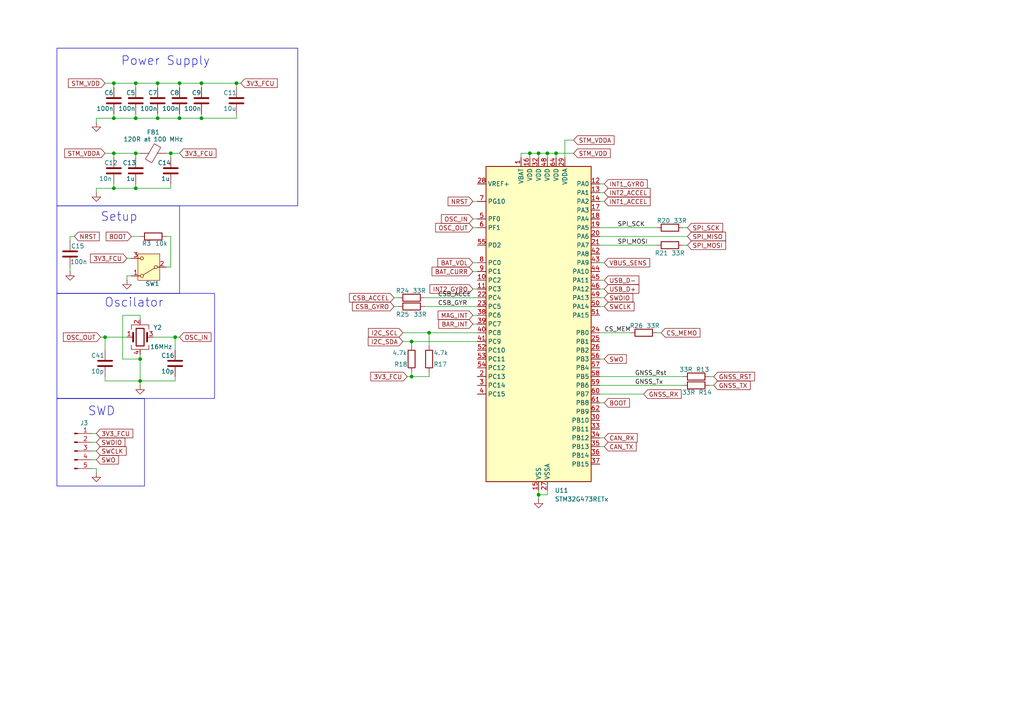
<source format=kicad_sch>
(kicad_sch (version 20250114) (generator "eeschema") (generator_version "9.0")
  (paper "A4")
  (lib_symbols
    (symbol "Connector:Conn_01x05_Pin" (pin_names (offset 1.016) (hide yes))
      (property "Reference" "J" (at 0 7.62 0))
      (property "Value" "Conn_01x05_Pin" (at 0 -7.62 0))
      (symbol "Conn_01x05_Pin_1_1"
        (rectangle (start 0.8636 5.207) (end 0 4.953) (stroke (width 0.1524)) (fill (type outline)))
        (rectangle (start 0.8636 2.667) (end 0 2.413) (stroke (width 0.1524)) (fill (type outline)))
        (rectangle (start 0.8636 0.127) (end 0 -0.127) (stroke (width 0.1524)) (fill (type outline)))
        (rectangle (start 0.8636 -2.413) (end 0 -2.667) (stroke (width 0.1524)) (fill (type outline)))
        (rectangle (start 0.8636 -4.953) (end 0 -5.207) (stroke (width 0.1524)) (fill (type outline)))
        (polyline (pts (xy 1.27 5.08) (xy 0.8636 5.08)) (stroke (width 0.1524)))
        (polyline (pts (xy 1.27 2.54) (xy 0.8636 2.54)) (stroke (width 0.1524)))
        (polyline (pts (xy 1.27 0) (xy 0.8636 0)) (stroke (width 0.1524)))
        (polyline (pts (xy 1.27 -2.54) (xy 0.8636 -2.54)) (stroke (width 0.1524)))
        (polyline (pts (xy 1.27 -5.08) (xy 0.8636 -5.08)) (stroke (width 0.1524)))
        (pin passive line (at 5.08 5.08 180) (length 3.81) (name "Pin_1") (number "1"))
        (pin passive line (at 5.08 2.54 180) (length 3.81) (name "Pin_2") (number "2"))
        (pin passive line (at 5.08 0 180) (length 3.81) (name "Pin_3") (number "3"))
        (pin passive line (at 5.08 -2.54 180) (length 3.81) (name "Pin_4") (number "4"))
        (pin passive line (at 5.08 -5.08 180) (length 3.81) (name "Pin_5") (number "5"))
      )
    )
    (symbol "Device:C" (pin_numbers (hide yes)) (pin_names (offset 0.254))
      (property "Reference" "C" (at 0.635 2.54 0))
      (property "Value" "C" (at 0.635 -2.54 0))
      (symbol "C_0_1"
        (polyline (pts (xy -2.032 0.762) (xy 2.032 0.762)) (stroke (width 0.508)))
        (polyline (pts (xy -2.032 -0.762) (xy 2.032 -0.762)) (stroke (width 0.508)))
      )
      (symbol "C_1_1"
        (pin passive line (at 0 3.81 270) (length 2.794) (name "~") (number "1"))
        (pin passive line (at 0 -3.81 90) (length 2.794) (name "~") (number "2"))
      )
    )
    (symbol "Device:Crystal_GND24" (pin_names (offset 1.016) (hide yes))
      (property "Reference" "Y" (at 3.175 5.08 0))
      (property "Value" "Crystal_GND24" (at 3.175 3.175 0))
      (symbol "Crystal_GND24_0_1"
        (polyline (pts (xy -2.54 2.286) (xy -2.54 3.556) (xy 2.54 3.556) (xy 2.54 2.286)))
        (polyline (pts (xy -2.54 0) (xy -2.032 0)))
        (polyline (pts (xy -2.54 -2.286) (xy -2.54 -3.556) (xy 2.54 -3.556) (xy 2.54 -2.286)))
        (polyline (pts (xy -2.032 -1.27) (xy -2.032 1.27)) (stroke (width 0.508)))
        (rectangle (start -1.143 2.54) (end 1.143 -2.54) (stroke (width 0.3048)))
        (polyline (pts (xy 0 3.556) (xy 0 3.81)))
        (polyline (pts (xy 0 -3.81) (xy 0 -3.556)))
        (polyline (pts (xy 2.032 0) (xy 2.54 0)))
        (polyline (pts (xy 2.032 -1.27) (xy 2.032 1.27)) (stroke (width 0.508)))
      )
      (symbol "Crystal_GND24_1_1"
        (pin passive line (at -3.81 0 0) (length 1.27) (name "1") (number "1"))
        (pin passive line (at 0 5.08 270) (length 1.27) (name "2") (number "2"))
        (pin passive line (at 0 -5.08 90) (length 1.27) (name "4") (number "4"))
        (pin passive line (at 3.81 0 180) (length 1.27) (name "3") (number "3"))
      )
    )
    (symbol "Device:FerriteBead" (pin_numbers (hide yes)) (pin_names (offset 0))
      (property "Reference" "FB" (at -3.81 0.635 90))
      (property "Value" "FerriteBead" (at 3.81 0 90))
      (symbol "FerriteBead_0_1"
        (polyline (pts (xy -2.7686 0.4064) (xy -1.7018 2.2606) (xy 2.7686 -0.3048) (xy 1.6764 -2.159) (xy -2.7686 0.4064)))
        (polyline (pts (xy 0 1.27) (xy 0 1.2954)))
        (polyline (pts (xy 0 -1.27) (xy 0 -1.2192)))
      )
      (symbol "FerriteBead_1_1"
        (pin passive line (at 0 3.81 270) (length 2.54) (name "~") (number "1"))
        (pin passive line (at 0 -3.81 90) (length 2.54) (name "~") (number "2"))
      )
    )
    (symbol "Device:R" (pin_numbers (hide yes)) (pin_names (offset 0))
      (property "Reference" "R" (at 2.032 0 90))
      (property "Value" "R" (at 0 0 90))
      (symbol "R_0_1"
        (rectangle (start -1.016 -2.54) (end 1.016 2.54) (stroke (width 0.254)))
      )
      (symbol "R_1_1"
        (pin passive line (at 0 3.81 270) (length 1.27) (name "~") (number "1"))
        (pin passive line (at 0 -3.81 90) (length 1.27) (name "~") (number "2"))
      )
    )
    (symbol "MCU_ST_STM32G4:STM32G473RETx"
      (property "Reference" "U" (at -15.24 46.99 0))
      (property "Value" "STM32G473RETx" (at 10.16 46.99 0))
      (symbol "STM32G473RETx_0_1"
        (rectangle (start -15.24 -45.72) (end 15.24 45.72) (stroke (width 0.254)) (fill (type background)))
      )
      (symbol "STM32G473RETx_1_1"
        (pin input line (at -17.78 40.64 0) (length 2.54) (name "VREF+") (number "28"))
        (pin bidirectional line (at -17.78 35.56 0) (length 2.54) (name "PG10") (number "7"))
        (pin bidirectional line (at -17.78 30.48 0) (length 2.54) (name "PF0") (number "5"))
        (pin bidirectional line (at -17.78 27.94 0) (length 2.54) (name "PF1") (number "6"))
        (pin bidirectional line (at -17.78 22.86 0) (length 2.54) (name "PD2") (number "55"))
        (pin bidirectional line (at -17.78 17.78 0) (length 2.54) (name "PC0") (number "8"))
        (pin bidirectional line (at -17.78 15.24 0) (length 2.54) (name "PC1") (number "9"))
        (pin bidirectional line (at -17.78 12.7 0) (length 2.54) (name "PC2") (number "10"))
        (pin bidirectional line (at -17.78 10.16 0) (length 2.54) (name "PC3") (number "11"))
        (pin bidirectional line (at -17.78 7.62 0) (length 2.54) (name "PC4") (number "22"))
        (pin bidirectional line (at -17.78 5.08 0) (length 2.54) (name "PC5") (number "23"))
        (pin bidirectional line (at -17.78 2.54 0) (length 2.54) (name "PC6") (number "38"))
        (pin bidirectional line (at -17.78 0 0) (length 2.54) (name "PC7") (number "39"))
        (pin bidirectional line (at -17.78 -2.54 0) (length 2.54) (name "PC8") (number "40"))
        (pin bidirectional line (at -17.78 -5.08 0) (length 2.54) (name "PC9") (number "41"))
        (pin bidirectional line (at -17.78 -7.62 0) (length 2.54) (name "PC10") (number "52"))
        (pin bidirectional line (at -17.78 -10.16 0) (length 2.54) (name "PC11") (number "53"))
        (pin bidirectional line (at -17.78 -12.7 0) (length 2.54) (name "PC12") (number "54"))
        (pin bidirectional line (at -17.78 -15.24 0) (length 2.54) (name "PC13") (number "2"))
        (pin bidirectional line (at -17.78 -17.78 0) (length 2.54) (name "PC14") (number "3"))
        (pin bidirectional line (at -17.78 -20.32 0) (length 2.54) (name "PC15") (number "4"))
        (pin power_in line (at -5.08 48.26 270) (length 2.54) (name "VBAT") (number "1"))
        (pin power_in line (at -2.54 48.26 270) (length 2.54) (name "VDD") (number "16"))
        (pin power_in line (at 0 48.26 270) (length 2.54) (name "VDD") (number "32"))
        (pin power_in line (at 0 -48.26 90) (length 2.54) (name "VSS") (number "15"))
        (pin passive line (at 0 -48.26 90) (length 2.54) (hide yes) (name "VSS") (number "31"))
        (pin passive line (at 0 -48.26 90) (length 2.54) (hide yes) (name "VSS") (number "47"))
        (pin passive line (at 0 -48.26 90) (length 2.54) (hide yes) (name "VSS") (number "63"))
        (pin power_in line (at 2.54 48.26 270) (length 2.54) (name "VDD") (number "48"))
        (pin power_in line (at 2.54 -48.26 90) (length 2.54) (name "VSSA") (number "27"))
        (pin power_in line (at 5.08 48.26 270) (length 2.54) (name "VDD") (number "64"))
        (pin power_in line (at 7.62 48.26 270) (length 2.54) (name "VDDA") (number "29"))
        (pin bidirectional line (at 17.78 40.64 180) (length 2.54) (name "PA0") (number "12"))
        (pin bidirectional line (at 17.78 38.1 180) (length 2.54) (name "PA1") (number "13"))
        (pin bidirectional line (at 17.78 35.56 180) (length 2.54) (name "PA2") (number "14"))
        (pin bidirectional line (at 17.78 33.02 180) (length 2.54) (name "PA3") (number "17"))
        (pin bidirectional line (at 17.78 30.48 180) (length 2.54) (name "PA4") (number "18"))
        (pin bidirectional line (at 17.78 27.94 180) (length 2.54) (name "PA5") (number "19"))
        (pin bidirectional line (at 17.78 25.4 180) (length 2.54) (name "PA6") (number "20"))
        (pin bidirectional line (at 17.78 22.86 180) (length 2.54) (name "PA7") (number "21"))
        (pin bidirectional line (at 17.78 20.32 180) (length 2.54) (name "PA8") (number "42"))
        (pin bidirectional line (at 17.78 17.78 180) (length 2.54) (name "PA9") (number "43"))
        (pin bidirectional line (at 17.78 15.24 180) (length 2.54) (name "PA10") (number "44"))
        (pin bidirectional line (at 17.78 12.7 180) (length 2.54) (name "PA11") (number "45"))
        (pin bidirectional line (at 17.78 10.16 180) (length 2.54) (name "PA12") (number "46"))
        (pin bidirectional line (at 17.78 7.62 180) (length 2.54) (name "PA13") (number "49"))
        (pin bidirectional line (at 17.78 5.08 180) (length 2.54) (name "PA14") (number "50"))
        (pin bidirectional line (at 17.78 2.54 180) (length 2.54) (name "PA15") (number "51"))
        (pin bidirectional line (at 17.78 -2.54 180) (length 2.54) (name "PB0") (number "24"))
        (pin bidirectional line (at 17.78 -5.08 180) (length 2.54) (name "PB1") (number "25"))
        (pin bidirectional line (at 17.78 -7.62 180) (length 2.54) (name "PB2") (number "26"))
        (pin bidirectional line (at 17.78 -10.16 180) (length 2.54) (name "PB3") (number "56"))
        (pin bidirectional line (at 17.78 -12.7 180) (length 2.54) (name "PB4") (number "57"))
        (pin bidirectional line (at 17.78 -15.24 180) (length 2.54) (name "PB5") (number "58"))
        (pin bidirectional line (at 17.78 -17.78 180) (length 2.54) (name "PB6") (number "59"))
        (pin bidirectional line (at 17.78 -20.32 180) (length 2.54) (name "PB7") (number "60"))
        (pin bidirectional line (at 17.78 -22.86 180) (length 2.54) (name "PB8") (number "61"))
        (pin bidirectional line (at 17.78 -25.4 180) (length 2.54) (name "PB9") (number "62"))
        (pin bidirectional line (at 17.78 -27.94 180) (length 2.54) (name "PB10") (number "30"))
        (pin bidirectional line (at 17.78 -30.48 180) (length 2.54) (name "PB11") (number "33"))
        (pin bidirectional line (at 17.78 -33.02 180) (length 2.54) (name "PB12") (number "34"))
        (pin bidirectional line (at 17.78 -35.56 180) (length 2.54) (name "PB13") (number "35"))
        (pin bidirectional line (at 17.78 -38.1 180) (length 2.54) (name "PB14") (number "36"))
        (pin bidirectional line (at 17.78 -40.64 180) (length 2.54) (name "PB15") (number "37"))
      )
    )
    (symbol "Switch:SW_SPDT" (pin_names (offset 0) (hide yes))
      (property "Reference" "SW" (at 0 5.08 0))
      (property "Value" "SW_SPDT" (at 0 -5.08 0))
      (symbol "SW_SPDT_0_1"
        (circle (center -2.032 0) (radius 0.4572))
        (polyline (pts (xy -1.651 0.254) (xy 1.651 2.286)))
        (circle (center 2.032 2.54) (radius 0.4572))
        (circle (center 2.032 -2.54) (radius 0.4572))
      )
      (symbol "SW_SPDT_1_1"
        (rectangle (start -3.175 3.81) (end 3.175 -3.81) (fill (type background)))
        (pin passive line (at -5.08 0 0) (length 2.54) (name "B") (number "2"))
        (pin passive line (at 5.08 2.54 180) (length 2.54) (name "A") (number "1"))
        (pin passive line (at 5.08 -2.54 180) (length 2.54) (name "C") (number "3"))
      )
    )
    (symbol "power:GND" (power) (pin_numbers (hide yes)) (pin_names (offset 0) (hide yes))
      (property "Value" "GND" (at 0 -3.81 0))
      (symbol "GND_0_1"
        (polyline (pts (xy 0 0) (xy 0 -1.27) (xy 1.27 -1.27) (xy 0 -2.54) (xy -1.27 -1.27) (xy 0 -1.27)))
      )
      (symbol "GND_1_1"
        (pin power_in line (at 0 0 270) (length 0) (name "~") (number "1"))
      )
    )
  )
  (rectangle (start 16.51 115.57) (end 41.91 140.97))
  (rectangle (start 16.51 85.09) (end 62.23 115.57))
  (rectangle (start 16.51 13.97) (end 86.36 59.69))
  (rectangle (start 16.51 59.69) (end 52.07 85.09))
  (text "Oscilator" (at 38.862 87.884 0) (effects (font (size 2.54 2.54))))
  (text "Setup\n" (at 34.544 62.992 0) (effects (font (size 2.54 2.54))))
  (text "SWD" (at 29.464 119.38 0) (effects (font (size 2.54 2.54))))
  (text "Power Supply" (at 48.006 17.78 0) (effects (font (size 2.54 2.54))))
  (junction (at 40.64 110.49))
  (junction (at 33.02 34.29))
  (junction (at 45.72 34.29))
  (junction (at 161.29 44.45))
  (junction (at 39.37 44.45))
  (junction (at 33.02 44.45))
  (junction (at 39.37 54.61))
  (junction (at 52.07 34.29))
  (junction (at 33.02 24.13))
  (junction (at 158.75 44.45))
  (junction (at 52.07 24.13))
  (junction (at 49.53 44.45))
  (junction (at 39.37 24.13))
  (junction (at 39.37 34.29))
  (junction (at 68.58 24.13))
  (junction (at 40.64 104.14))
  (junction (at 58.42 24.13))
  (junction (at 153.67 44.45))
  (junction (at 50.8 97.79))
  (junction (at 156.21 44.45))
  (junction (at 58.42 34.29))
  (junction (at 45.72 24.13))
  (junction (at 124.46 96.52))
  (junction (at 119.38 109.22))
  (junction (at 156.21 143.51))
  (junction (at 30.48 97.79))
  (junction (at 33.02 54.61))
  (junction (at 119.38 99.06))
  (wire (pts (xy 156.21 143.51) (xy 156.21 144.78)))
  (wire (pts (xy 68.58 25.4) (xy 68.58 24.13)))
  (wire (pts (xy 45.72 34.29) (xy 45.72 33.02)))
  (wire (pts (xy 30.48 44.45) (xy 33.02 44.45)))
  (wire (pts (xy 39.37 54.61) (xy 33.02 54.61)))
  (wire (pts (xy 114.3 86.36) (xy 115.57 86.36)))
  (wire (pts (xy 156.21 142.24) (xy 156.21 143.51)))
  (wire (pts (xy 40.64 102.87) (xy 40.64 104.14)))
  (wire (pts (xy 33.02 34.29) (xy 39.37 34.29)))
  (wire (pts (xy 36.83 81.28) (xy 36.83 80.01)))
  (wire (pts (xy 175.26 86.36) (xy 173.99 86.36)))
  (wire (pts (xy 119.38 107.95) (xy 119.38 109.22)))
  (wire (pts (xy 40.64 110.49) (xy 40.64 111.76)))
  (wire (pts (xy 58.42 34.29) (xy 68.58 34.29)))
  (wire (pts (xy 27.94 128.27) (xy 26.67 128.27)))
  (wire (pts (xy 173.99 66.04) (xy 190.5 66.04)))
  (wire (pts (xy 49.53 53.34) (xy 49.53 54.61)))
  (wire (pts (xy 49.53 44.45) (xy 49.53 45.72)))
  (wire (pts (xy 124.46 107.95) (xy 124.46 109.22)))
  (wire (pts (xy 158.75 44.45) (xy 161.29 44.45)))
  (wire (pts (xy 38.1 68.58) (xy 40.64 68.58)))
  (wire (pts (xy 175.26 55.88) (xy 173.99 55.88)))
  (wire (pts (xy 151.13 44.45) (xy 153.67 44.45)))
  (wire (pts (xy 27.94 34.29) (xy 27.94 35.56)))
  (wire (pts (xy 35.56 91.44) (xy 35.56 104.14)))
  (wire (pts (xy 40.64 92.71) (xy 40.64 91.44)))
  (wire (pts (xy 153.67 44.45) (xy 156.21 44.45)))
  (wire (pts (xy 50.8 97.79) (xy 52.07 97.79)))
  (wire (pts (xy 26.67 125.73) (xy 27.94 125.73)))
  (wire (pts (xy 161.29 44.45) (xy 166.37 44.45)))
  (wire (pts (xy 137.16 91.44) (xy 138.43 91.44)))
  (wire (pts (xy 21.59 68.58) (xy 20.32 68.58)))
  (wire (pts (xy 198.12 71.12) (xy 199.39 71.12)))
  (wire (pts (xy 39.37 54.61) (xy 49.53 54.61)))
  (wire (pts (xy 20.32 77.47) (xy 20.32 78.74)))
  (wire (pts (xy 27.94 34.29) (xy 33.02 34.29)))
  (wire (pts (xy 116.84 99.06) (xy 119.38 99.06)))
  (wire (pts (xy 123.19 88.9) (xy 138.43 88.9)))
  (wire (pts (xy 49.53 77.47) (xy 48.26 77.47)))
  (wire (pts (xy 175.26 81.28) (xy 173.99 81.28)))
  (wire (pts (xy 40.64 110.49) (xy 50.8 110.49)))
  (wire (pts (xy 52.07 24.13) (xy 58.42 24.13)))
  (wire (pts (xy 175.26 88.9) (xy 173.99 88.9)))
  (wire (pts (xy 124.46 109.22) (xy 119.38 109.22)))
  (wire (pts (xy 137.16 63.5) (xy 138.43 63.5)))
  (wire (pts (xy 123.19 86.36) (xy 138.43 86.36)))
  (wire (pts (xy 182.88 96.52) (xy 173.99 96.52)))
  (wire (pts (xy 137.16 83.82) (xy 138.43 83.82)))
  (wire (pts (xy 207.01 109.22) (xy 205.74 109.22)))
  (wire (pts (xy 173.99 116.84) (xy 175.26 116.84)))
  (wire (pts (xy 45.72 24.13) (xy 45.72 25.4)))
  (wire (pts (xy 49.53 77.47) (xy 49.53 68.58)))
  (wire (pts (xy 156.21 44.45) (xy 156.21 45.72)))
  (wire (pts (xy 199.39 68.58) (xy 173.99 68.58)))
  (wire (pts (xy 173.99 109.22) (xy 198.12 109.22)))
  (wire (pts (xy 151.13 44.45) (xy 151.13 45.72)))
  (wire (pts (xy 163.83 40.64) (xy 166.37 40.64)))
  (wire (pts (xy 207.01 111.76) (xy 205.74 111.76)))
  (wire (pts (xy 27.94 135.89) (xy 27.94 137.16)))
  (wire (pts (xy 38.1 80.01) (xy 36.83 80.01)))
  (wire (pts (xy 191.77 96.52) (xy 190.5 96.52)))
  (wire (pts (xy 175.26 129.54) (xy 173.99 129.54)))
  (wire (pts (xy 52.07 34.29) (xy 58.42 34.29)))
  (wire (pts (xy 153.67 44.45) (xy 153.67 45.72)))
  (wire (pts (xy 33.02 24.13) (xy 39.37 24.13)))
  (wire (pts (xy 173.99 71.12) (xy 190.5 71.12)))
  (wire (pts (xy 48.26 68.58) (xy 49.53 68.58)))
  (wire (pts (xy 52.07 24.13) (xy 52.07 25.4)))
  (wire (pts (xy 27.94 54.61) (xy 27.94 55.88)))
  (wire (pts (xy 116.84 96.52) (xy 124.46 96.52)))
  (wire (pts (xy 33.02 54.61) (xy 27.94 54.61)))
  (wire (pts (xy 173.99 104.14) (xy 175.26 104.14)))
  (wire (pts (xy 114.3 88.9) (xy 115.57 88.9)))
  (wire (pts (xy 33.02 44.45) (xy 33.02 45.72)))
  (wire (pts (xy 39.37 34.29) (xy 45.72 34.29)))
  (wire (pts (xy 39.37 24.13) (xy 39.37 25.4)))
  (wire (pts (xy 175.26 53.34) (xy 173.99 53.34)))
  (wire (pts (xy 35.56 104.14) (xy 40.64 104.14)))
  (wire (pts (xy 30.48 97.79) (xy 30.48 101.6)))
  (wire (pts (xy 40.64 91.44) (xy 35.56 91.44)))
  (wire (pts (xy 20.32 68.58) (xy 20.32 69.85)))
  (wire (pts (xy 39.37 34.29) (xy 39.37 33.02)))
  (wire (pts (xy 198.12 66.04) (xy 199.39 66.04)))
  (wire (pts (xy 33.02 34.29) (xy 33.02 33.02)))
  (wire (pts (xy 30.48 109.22) (xy 30.48 110.49)))
  (wire (pts (xy 29.21 97.79) (xy 30.48 97.79)))
  (wire (pts (xy 52.07 34.29) (xy 52.07 33.02)))
  (wire (pts (xy 161.29 44.45) (xy 161.29 45.72)))
  (wire (pts (xy 49.53 44.45) (xy 52.07 44.45)))
  (wire (pts (xy 156.21 44.45) (xy 158.75 44.45)))
  (wire (pts (xy 33.02 44.45) (xy 39.37 44.45)))
  (wire (pts (xy 158.75 44.45) (xy 158.75 45.72)))
  (wire (pts (xy 173.99 76.2) (xy 175.26 76.2)))
  (wire (pts (xy 173.99 111.76) (xy 198.12 111.76)))
  (wire (pts (xy 39.37 53.34) (xy 39.37 54.61)))
  (wire (pts (xy 175.26 58.42) (xy 173.99 58.42)))
  (wire (pts (xy 30.48 110.49) (xy 40.64 110.49)))
  (wire (pts (xy 39.37 44.45) (xy 40.64 44.45)))
  (wire (pts (xy 30.48 24.13) (xy 33.02 24.13)))
  (wire (pts (xy 58.42 24.13) (xy 68.58 24.13)))
  (wire (pts (xy 175.26 83.82) (xy 173.99 83.82)))
  (wire (pts (xy 27.94 133.35) (xy 26.67 133.35)))
  (wire (pts (xy 33.02 53.34) (xy 33.02 54.61)))
  (wire (pts (xy 50.8 109.22) (xy 50.8 110.49)))
  (wire (pts (xy 124.46 100.33) (xy 124.46 96.52)))
  (wire (pts (xy 158.75 142.24) (xy 158.75 143.51)))
  (wire (pts (xy 119.38 109.22) (xy 118.11 109.22)))
  (wire (pts (xy 33.02 24.13) (xy 33.02 25.4)))
  (wire (pts (xy 39.37 44.45) (xy 39.37 45.72)))
  (wire (pts (xy 158.75 143.51) (xy 156.21 143.51)))
  (wire (pts (xy 137.16 93.98) (xy 138.43 93.98)))
  (wire (pts (xy 137.16 78.74) (xy 138.43 78.74)))
  (wire (pts (xy 38.1 74.93) (xy 36.83 74.93)))
  (wire (pts (xy 26.67 135.89) (xy 27.94 135.89)))
  (wire (pts (xy 119.38 99.06) (xy 138.43 99.06)))
  (wire (pts (xy 58.42 34.29) (xy 58.42 33.02)))
  (wire (pts (xy 58.42 24.13) (xy 58.42 25.4)))
  (wire (pts (xy 27.94 130.81) (xy 26.67 130.81)))
  (wire (pts (xy 50.8 97.79) (xy 50.8 101.6)))
  (wire (pts (xy 137.16 76.2) (xy 138.43 76.2)))
  (wire (pts (xy 175.26 127) (xy 173.99 127)))
  (wire (pts (xy 45.72 34.29) (xy 52.07 34.29)))
  (wire (pts (xy 39.37 24.13) (xy 45.72 24.13)))
  (wire (pts (xy 163.83 45.72) (xy 163.83 40.64)))
  (wire (pts (xy 40.64 104.14) (xy 40.64 110.49)))
  (wire (pts (xy 137.16 58.42) (xy 138.43 58.42)))
  (wire (pts (xy 30.48 97.79) (xy 36.83 97.79)))
  (wire (pts (xy 68.58 33.02) (xy 68.58 34.29)))
  (wire (pts (xy 48.26 44.45) (xy 49.53 44.45)))
  (wire (pts (xy 45.72 24.13) (xy 52.07 24.13)))
  (wire (pts (xy 137.16 66.04) (xy 138.43 66.04)))
  (wire (pts (xy 124.46 96.52) (xy 138.43 96.52)))
  (wire (pts (xy 186.69 114.3) (xy 173.99 114.3)))
  (wire (pts (xy 119.38 100.33) (xy 119.38 99.06)))
  (wire (pts (xy 68.58 24.13) (xy 69.85 24.13)))
  (wire (pts (xy 44.45 97.79) (xy 50.8 97.79)))
  (label "SPI_SCK" (at 179.07 66.04 0))
  (label "CS_MEM" (at 175.26 96.52 0))
  (label "GNSS_Tx" (at 184.15 111.76 0))
  (label "CSB_GYR" (at 127 88.9 0))
  (label "CSB_ACCE" (at 127 86.36 0))
  (label "GNSS_Rst" (at 184.15 109.22 0))
  (label "SPI_MOSI" (at 179.07 71.12 0))
  (global_label "3V3_FCU" (shape input) (at 27.94 125.73 0) (property "Intersheetrefs" "${INTERSHEET_REFS}" (effects (hide yes))))
  (global_label "STM_VDDA" (shape input) (at 166.37 40.64 0) (property "Intersheetrefs" "${INTERSHEET_REFS}" (effects (hide yes))))
  (global_label "INT1_GYRO" (shape input) (at 175.26 53.34 0) (property "Intersheetrefs" "${INTERSHEET_REFS}" (effects (hide yes))))
  (global_label "I2C_SCL" (shape input) (at 116.84 96.52 180) (property "Intersheetrefs" "${INTERSHEET_REFS}" (effects (hide yes))))
  (global_label "SWCLK" (shape input) (at 175.26 88.9 0) (property "Intersheetrefs" "${INTERSHEET_REFS}" (effects (hide yes))))
  (global_label "GNSS_RX" (shape input) (at 186.69 114.3 0) (property "Intersheetrefs" "${INTERSHEET_REFS}" (effects (hide yes))))
  (global_label "STM_VDD" (shape input) (at 166.37 44.45 0) (property "Intersheetrefs" "${INTERSHEET_REFS}" (effects (hide yes))))
  (global_label "SWCLK" (shape input) (at 27.94 130.81 0) (property "Intersheetrefs" "${INTERSHEET_REFS}" (effects (hide yes))))
  (global_label "OSC_OUT" (shape input) (at 29.21 97.79 180) (property "Intersheetrefs" "${INTERSHEET_REFS}" (effects (hide yes))))
  (global_label "SWDIO" (shape input) (at 27.94 128.27 0) (property "Intersheetrefs" "${INTERSHEET_REFS}" (effects (hide yes))))
  (global_label "3V3_FCU" (shape input) (at 36.83 74.93 180) (property "Intersheetrefs" "${INTERSHEET_REFS}" (effects (hide yes))))
  (global_label "CSB_GYRO" (shape input) (at 114.3 88.9 180) (property "Intersheetrefs" "${INTERSHEET_REFS}" (effects (hide yes))))
  (global_label "CAN_TX" (shape input) (at 175.26 129.54 0) (property "Intersheetrefs" "${INTERSHEET_REFS}" (effects (hide yes))))
  (global_label "BAT_CURR" (shape input) (at 137.16 78.74 180) (property "Intersheetrefs" "${INTERSHEET_REFS}" (effects (hide yes))))
  (global_label "BAT_VOL" (shape input) (at 137.16 76.2 180) (property "Intersheetrefs" "${INTERSHEET_REFS}" (effects (hide yes))))
  (global_label "SWO" (shape input) (at 175.26 104.14 0) (property "Intersheetrefs" "${INTERSHEET_REFS}" (effects (hide yes))))
  (global_label "VBUS_SENS" (shape input) (at 175.26 76.2 0) (property "Intersheetrefs" "${INTERSHEET_REFS}" (effects (hide yes))))
  (global_label "SPI_MOSI" (shape input) (at 199.39 71.12 0) (property "Intersheetrefs" "${INTERSHEET_REFS}" (effects (hide yes))))
  (global_label "OSC_IN" (shape input) (at 137.16 63.5 180) (property "Intersheetrefs" "${INTERSHEET_REFS}" (effects (hide yes))))
  (global_label "USB_D+" (shape input) (at 175.26 83.82 0) (property "Intersheetrefs" "${INTERSHEET_REFS}" (effects (hide yes))))
  (global_label "SWDIO" (shape input) (at 175.26 86.36 0) (property "Intersheetrefs" "${INTERSHEET_REFS}" (effects (hide yes))))
  (global_label "3V3_FCU" (shape input) (at 69.85 24.13 0) (property "Intersheetrefs" "${INTERSHEET_REFS}" (effects (hide yes))))
  (global_label "BOOT" (shape input) (at 38.1 68.58 180) (property "Intersheetrefs" "${INTERSHEET_REFS}" (effects (hide yes))))
  (global_label "STM_VDDA" (shape input) (at 30.48 44.45 180) (property "Intersheetrefs" "${INTERSHEET_REFS}" (effects (hide yes))))
  (global_label "NRST" (shape input) (at 21.59 68.58 0) (property "Intersheetrefs" "${INTERSHEET_REFS}" (effects (hide yes))))
  (global_label "3V3_FCU" (shape input) (at 118.11 109.22 180) (property "Intersheetrefs" "${INTERSHEET_REFS}" (effects (hide yes))))
  (global_label "BOOT" (shape input) (at 175.26 116.84 0) (property "Intersheetrefs" "${INTERSHEET_REFS}" (effects (hide yes))))
  (global_label "3V3_FCU" (shape input) (at 52.07 44.45 0) (property "Intersheetrefs" "${INTERSHEET_REFS}" (effects (hide yes))))
  (global_label "CAN_RX" (shape input) (at 175.26 127 0) (property "Intersheetrefs" "${INTERSHEET_REFS}" (effects (hide yes))))
  (global_label "SPI_MISO" (shape input) (at 199.39 68.58 0) (property "Intersheetrefs" "${INTERSHEET_REFS}" (effects (hide yes))))
  (global_label "OSC_IN" (shape input) (at 52.07 97.79 0) (property "Intersheetrefs" "${INTERSHEET_REFS}" (effects (hide yes))))
  (global_label "BAR_INT" (shape input) (at 137.16 93.98 180) (property "Intersheetrefs" "${INTERSHEET_REFS}" (effects (hide yes))))
  (global_label "GNSS_RST" (shape input) (at 207.01 109.22 0) (property "Intersheetrefs" "${INTERSHEET_REFS}" (effects (hide yes))))
  (global_label "INT2_ACCEL" (shape input) (at 175.26 55.88 0) (property "Intersheetrefs" "${INTERSHEET_REFS}" (effects (hide yes))))
  (global_label "USB_D-" (shape input) (at 175.26 81.28 0) (property "Intersheetrefs" "${INTERSHEET_REFS}" (effects (hide yes))))
  (global_label "OSC_OUT" (shape input) (at 137.16 66.04 180) (property "Intersheetrefs" "${INTERSHEET_REFS}" (effects (hide yes))))
  (global_label "GNSS_TX" (shape input) (at 207.01 111.76 0) (property "Intersheetrefs" "${INTERSHEET_REFS}" (effects (hide yes))))
  (global_label "I2C_SDA" (shape input) (at 116.84 99.06 180) (property "Intersheetrefs" "${INTERSHEET_REFS}" (effects (hide yes))))
  (global_label "INT1_ACCEL" (shape input) (at 175.26 58.42 0) (property "Intersheetrefs" "${INTERSHEET_REFS}" (effects (hide yes))))
  (global_label "CSB_ACCEL" (shape input) (at 114.3 86.36 180) (property "Intersheetrefs" "${INTERSHEET_REFS}" (effects (hide yes))))
  (global_label "CS_MEMO" (shape input) (at 191.77 96.52 0) (property "Intersheetrefs" "${INTERSHEET_REFS}" (effects (hide yes))))
  (global_label "SPI_SCK" (shape input) (at 199.39 66.04 0) (property "Intersheetrefs" "${INTERSHEET_REFS}" (effects (hide yes))))
  (global_label "NRST" (shape input) (at 137.16 58.42 180) (property "Intersheetrefs" "${INTERSHEET_REFS}" (effects (hide yes))))
  (global_label "MAG_INT" (shape input) (at 137.16 91.44 180) (property "Intersheetrefs" "${INTERSHEET_REFS}" (effects (hide yes))))
  (global_label "SWO" (shape input) (at 27.94 133.35 0) (property "Intersheetrefs" "${INTERSHEET_REFS}" (effects (hide yes))))
  (global_label "INT2_GYRO" (shape input) (at 137.16 83.82 180) (property "Intersheetrefs" "${INTERSHEET_REFS}" (effects (hide yes))))
  (global_label "STM_VDD" (shape input) (at 30.48 24.13 180) (property "Intersheetrefs" "${INTERSHEET_REFS}" (effects (hide yes))))
  (symbol (lib_id "power:GND") (at 27.94 35.56 0) (unit 1)
    (property "Reference" "#PWR05" (effects (hide yes)))
    (property "Value" "GND" (effects (hide yes)))
    (property "Description" "Power symbol creates a global label with name \"GND\" , ground" (effects (hide yes)))
  )
  (symbol (lib_id "Device:C") (at 58.42 29.21 0) (unit 1)
    (property "Reference" "C9" (at 55.626 26.924 0) (effects (justify left)))
    (property "Value" "100n" (at 53.34 31.496 0) (effects (justify left)))
    (property "Footprint" "Capacitor_SMD:C_0805_2012Metric" (effects (hide yes)))
    (property "Description" "Unpolarized capacitor" (effects (hide yes)))
  )
  (symbol (lib_id "power:GND") (at 27.94 55.88 0) (unit 1)
    (property "Reference" "#PWR07" (effects (hide yes)))
    (property "Value" "GND" (effects (hide yes)))
    (property "Description" "Power symbol creates a global label with name \"GND\" , ground" (effects (hide yes)))
  )
  (symbol (lib_id "power:GND") (at 156.21 144.78 0) (unit 1)
    (property "Reference" "#PWR06" (effects (hide yes)))
    (property "Value" "GND" (effects (hide yes)))
    (property "Description" "Power symbol creates a global label with name \"GND\" , ground" (effects (hide yes)))
  )
  (symbol (lib_id "Connector:Conn_01x05_Pin") (at 21.59 130.81 0) (unit 1)
    (property "Reference" "J3" (at 24.384 122.682 0))
    (property "Value" "Conn_01x05_Pin" (effects (hide yes)))
    (property "Footprint" "Connector_PinHeader_2.54mm:PinHeader_1x05_P2.54mm_Vertical" (effects (hide yes)))
    (property "Description" "Generic connector, single row, 01x05, script generated" (effects (hide yes)))
  )
  (symbol (lib_id "Device:C") (at 50.8 105.41 0) (mirror x) (unit 1)
    (property "Reference" "C16" (at 46.736 103.124 0) (effects (justify left)))
    (property "Value" "10p" (at 46.736 107.696 0) (effects (justify left)))
    (property "Footprint" "Capacitor_SMD:C_0805_2012Metric" (effects (hide yes)))
    (property "Description" "Unpolarized capacitor" (effects (hide yes)))
  )
  (symbol (lib_id "Device:C") (at 39.37 29.21 0) (unit 1)
    (property "Reference" "C5" (at 36.576 26.924 0) (effects (justify left)))
    (property "Value" "100n" (at 34.29 31.496 0) (effects (justify left)))
    (property "Footprint" "Capacitor_SMD:C_0805_2012Metric" (effects (hide yes)))
    (property "Description" "Unpolarized capacitor" (effects (hide yes)))
  )
  (symbol (lib_id "Switch:SW_SPDT") (at 43.18 77.47 180) (unit 1)
    (property "Reference" "SW1" (at 44.196 82.296 0))
    (property "Value" "SW_SPDT" (effects (hide yes)))
    (property "Description" "Switch, single pole double throw" (effects (hide yes)))
  )
  (symbol (lib_id "Device:R") (at 124.46 104.14 0) (unit 1)
    (property "Reference" "R17" (at 125.73 105.664 0) (effects (justify left)))
    (property "Value" "4.7k" (at 125.73 102.362 0) (effects (justify left)))
    (property "Footprint" "Resistor_SMD:R_0603_1608Metric" (effects (hide yes)))
    (property "Description" "Resistor" (effects (hide yes)))
  )
  (symbol (lib_id "Device:C") (at 45.72 29.21 0) (unit 1)
    (property "Reference" "C7" (at 42.926 26.924 0) (effects (justify left)))
    (property "Value" "100n" (at 40.64 31.496 0) (effects (justify left)))
    (property "Footprint" "Capacitor_SMD:C_0805_2012Metric" (effects (hide yes)))
    (property "Description" "Unpolarized capacitor" (effects (hide yes)))
  )
  (symbol (lib_id "Device:C") (at 33.02 49.53 0) (unit 1)
    (property "Reference" "C12" (at 30.226 47.244 0) (effects (justify left)))
    (property "Value" "10n" (at 28.702 51.816 0) (effects (justify left)))
    (property "Footprint" "Capacitor_SMD:C_0805_2012Metric" (effects (hide yes)))
    (property "Description" "Unpolarized capacitor" (effects (hide yes)))
  )
  (symbol (lib_id "Device:C") (at 52.07 29.21 0) (unit 1)
    (property "Reference" "C8" (at 49.276 26.924 0) (effects (justify left)))
    (property "Value" "100n" (at 46.99 31.496 0) (effects (justify left)))
    (property "Footprint" "Capacitor_SMD:C_0805_2012Metric" (effects (hide yes)))
    (property "Description" "Unpolarized capacitor" (effects (hide yes)))
  )
  (symbol (lib_id "Device:R") (at 194.31 66.04 90) (unit 1)
    (property "Reference" "R20" (at 190.5 64.008 90) (effects (justify right)))
    (property "Value" "33R" (at 195.326 64.008 90) (effects (justify right)))
    (property "Footprint" "Resistor_SMD:R_0603_1608Metric" (effects (hide yes)))
    (property "Description" "Resistor" (effects (hide yes)))
  )
  (symbol (lib_id "power:GND") (at 27.94 137.16 0) (unit 1)
    (property "Reference" "#PWR014" (effects (hide yes)))
    (property "Value" "GND" (effects (hide yes)))
    (property "Description" "Power symbol creates a global label with name \"GND\" , ground" (effects (hide yes)))
  )
  (symbol (lib_id "Device:R") (at 194.31 71.12 90) (unit 1)
    (property "Reference" "R21" (at 189.9008 73.406 90) (effects (justify right)))
    (property "Value" "33R" (at 194.7268 73.406 90) (effects (justify right)))
    (property "Footprint" "Resistor_SMD:R_0603_1608Metric" (effects (hide yes)))
    (property "Description" "Resistor" (effects (hide yes)))
  )
  (symbol (lib_id "Device:C") (at 30.48 105.41 0) (mirror x) (unit 1)
    (property "Reference" "C41" (at 26.416 103.124 0) (effects (justify left)))
    (property "Value" "10p" (at 26.416 107.696 0) (effects (justify left)))
    (property "Footprint" "Capacitor_SMD:C_0805_2012Metric" (effects (hide yes)))
    (property "Description" "Unpolarized capacitor" (effects (hide yes)))
  )
  (symbol (lib_id "Device:C") (at 49.53 49.53 0) (unit 1)
    (property "Reference" "C14" (at 45.72 47.244 0) (effects (justify left)))
    (property "Value" "1u" (at 46.736 51.816 0) (effects (justify left)))
    (property "Footprint" "Capacitor_SMD:C_0805_2012Metric" (effects (hide yes)))
    (property "Description" "Unpolarized capacitor" (effects (hide yes)))
  )
  (symbol (lib_id "Device:C") (at 68.58 29.21 0) (unit 1)
    (property "Reference" "C11" (at 64.77 26.924 0) (effects (justify left)))
    (property "Value" "10u" (at 64.77 31.496 0) (effects (justify left)))
    (property "Footprint" "Capacitor_SMD:C_0805_2012Metric" (effects (hide yes)))
    (property "Description" "Unpolarized capacitor" (effects (hide yes)))
  )
  (symbol (lib_id "Device:R") (at 119.38 88.9 90) (unit 1)
    (property "Reference" "R25" (at 114.808 91.186 90) (effects (justify right)))
    (property "Value" "33R" (at 119.888 91.186 90) (effects (justify right)))
    (property "Footprint" "Resistor_SMD:R_0603_1608Metric" (effects (hide yes)))
    (property "Description" "Resistor" (effects (hide yes)))
  )
  (symbol (lib_id "Device:R") (at 119.38 86.36 90) (unit 1)
    (property "Reference" "R24" (at 114.808 84.328 90) (effects (justify right)))
    (property "Value" "33R" (at 119.634 84.328 90) (effects (justify right)))
    (property "Footprint" "Resistor_SMD:R_0603_1608Metric" (effects (hide yes)))
    (property "Description" "Resistor" (effects (hide yes)))
  )
  (symbol (lib_id "Device:R") (at 201.93 111.76 270) (mirror x) (unit 1)
    (property "Reference" "R14" (at 206.502 113.792 90) (effects (justify right)))
    (property "Value" "33R" (at 201.676 113.792 90) (effects (justify right)))
    (property "Footprint" "Resistor_SMD:R_0603_1608Metric" (effects (hide yes)))
    (property "Description" "Resistor" (effects (hide yes)))
  )
  (symbol (lib_id "Device:R") (at 201.93 109.22 270) (mirror x) (unit 1)
    (property "Reference" "R13" (at 205.74 107.188 90) (effects (justify right)))
    (property "Value" "33R" (at 200.914 107.188 90) (effects (justify right)))
    (property "Footprint" "Resistor_SMD:R_0603_1608Metric" (effects (hide yes)))
    (property "Description" "Resistor" (effects (hide yes)))
  )
  (symbol (lib_id "power:GND") (at 20.32 78.74 0) (unit 1)
    (property "Reference" "#PWR08" (effects (hide yes)))
    (property "Value" "GND" (effects (hide yes)))
    (property "Description" "Power symbol creates a global label with name \"GND\" , ground" (effects (hide yes)))
  )
  (symbol (lib_id "Device:R") (at 44.45 68.58 90) (mirror x) (unit 1)
    (property "Reference" "R3" (at 41.148 70.612 90) (effects (justify right)))
    (property "Value" "10k" (at 44.958 70.612 90) (effects (justify right)))
    (property "Footprint" "Resistor_SMD:R_0603_1608Metric" (effects (hide yes)))
    (property "Description" "Resistor" (effects (hide yes)))
  )
  (symbol (lib_id "power:GND") (at 36.83 81.28 0) (mirror y) (unit 1)
    (property "Reference" "#PWR09" (effects (hide yes)))
    (property "Value" "GND" (effects (hide yes)))
    (property "Description" "Power symbol creates a global label with name \"GND\" , ground" (effects (hide yes)))
  )
  (symbol (lib_id "Device:FerriteBead") (at 44.45 44.45 90) (unit 1)
    (property "Reference" "FB1" (at 44.45 38.354 90))
    (property "Value" "120R at 100 MHz" (at 44.45 40.386 90))
    (property "Footprint" "Inductor_SMD:L_0805_2012Metric" (effects (hide yes)))
    (property "Description" "Ferrite bead" (effects (hide yes)))
  )
  (symbol (lib_id "Device:R") (at 119.38 104.14 0) (unit 1)
    (property "Reference" "R18" (at 114.3 105.664 0) (effects (justify left)))
    (property "Value" "4.7k" (at 113.792 102.362 0) (effects (justify left)))
    (property "Footprint" "Resistor_SMD:R_0603_1608Metric" (effects (hide yes)))
    (property "Description" "Resistor" (effects (hide yes)))
  )
  (symbol (lib_id "power:GND") (at 40.64 111.76 0) (mirror y) (unit 1)
    (property "Reference" "#PWR010" (effects (hide yes)))
    (property "Value" "GND" (effects (hide yes)))
    (property "Description" "Power symbol creates a global label with name \"GND\" , ground" (effects (hide yes)))
  )
  (symbol (lib_id "Device:Crystal_GND24") (at 40.64 97.79 0) (unit 1)
    (property "Reference" "Y2" (at 45.72 94.996 0))
    (property "Value" "16MHz" (at 46.736 100.584 0))
    (property "Footprint" "Crystal:Crystal_SMD_3225-4Pin_3.2x2.5mm" (effects (hide yes)))
    (property "Description" "Four pin crystal, GND on pins 2 and 4" (effects (hide yes)))
  )
  (symbol (lib_id "Device:R") (at 186.69 96.52 270) (mirror x) (unit 1)
    (property "Reference" "R26" (at 182.626 94.488 90) (effects (justify left)))
    (property "Value" "33R" (at 187.452 94.488 90) (effects (justify left)))
    (property "Footprint" "Resistor_SMD:R_0603_1608Metric" (effects (hide yes)))
    (property "Description" "Resistor" (effects (hide yes)))
  )
  (symbol (lib_id "Device:C") (at 33.02 29.21 0) (unit 1)
    (property "Reference" "C6" (at 30.226 26.924 0) (effects (justify left)))
    (property "Value" "100n" (at 27.94 31.496 0) (effects (justify left)))
    (property "Footprint" "Capacitor_SMD:C_0805_2012Metric" (effects (hide yes)))
    (property "Description" "Unpolarized capacitor" (effects (hide yes)))
  )
  (symbol (lib_id "Device:C") (at 39.37 49.53 0) (unit 1)
    (property "Reference" "C13" (at 35.56 47.244 0) (effects (justify left)))
    (property "Value" "1u" (at 36.576 51.816 0) (effects (justify left)))
    (property "Footprint" "Capacitor_SMD:C_0805_2012Metric" (effects (hide yes)))
    (property "Description" "Unpolarized capacitor" (effects (hide yes)))
  )
  (symbol (lib_id "MCU_ST_STM32G4:STM32G473RETx") (at 156.21 93.98 0) (unit 1)
    (property "Reference" "U11" (at 160.8933 142.24 0) (effects (justify left)))
    (property "Value" "STM32G473RETx" (at 160.8933 144.78 0) (effects (justify left)))
    (property "Footprint" "Package_QFP:LQFP-64_10x10mm_P0.5mm" (effects (hide yes)))
    (property "Datasheet" "https://www.st.com/resource/en/datasheet/stm32g473re.pdf" (effects (hide yes)))
    (property "Description" "STMicroelectronics Arm Cortex-M4 MCU, 512KB flash, 128KB RAM, 170 MHz, 1.71-3.6V, 52 GPIO, LQFP64" (effects (hide yes)))
  )
  (symbol (lib_id "Device:C") (at 20.32 73.66 0) (unit 1)
    (property "Reference" "C15" (at 20.574 71.374 0) (effects (justify left)))
    (property "Value" "100n" (at 20.32 75.946 0) (effects (justify left)))
    (property "Footprint" "Capacitor_SMD:C_0805_2012Metric_Pad1.18x1.45mm_HandSolder" (effects (hide yes)))
    (property "Description" "Unpolarized capacitor" (effects (hide yes)))
  )
)
</source>
